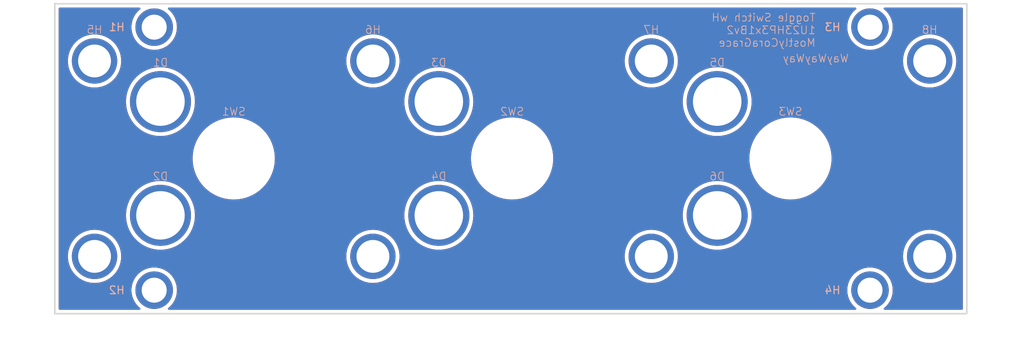
<source format=kicad_pcb>
(kicad_pcb (version 20241229) (generator "pcbnew") (generator_version "9.0")
  (layers (0 "F.Cu" signal) (2 "B.Cu" signal) (13 "F.Paste" user) (15 "B.Paste" user) (5 "F.SilkS" user "F.Silkscreen") (7 "B.SilkS" user "B.Silkscreen") (1 "F.Mask" user) (3 "B.Mask" user) (25 "Edge.Cuts" user))
  (net 0 "")
  (footprint "EXC:6mm_Panel_Mount_LED" (layer "F.Cu") (at 49.06 14.95)
    (property "Reference" "D3" (at 0 -5 0) (layer "B.SilkS") (effects (font (thickness 0.1)) (justify mirror)))
    (property "Value" "6mm_Panel_Mount_LED")
    (pad "" thru_hole circle (at 0 0) (size 7.8 7.8) (drill 6.2) (layers "*.Cu" "*.Mask"))
  )
  (footprint "EXC:MountingHole_3.2mm_M3" (layer "F.Cu") (at 12.7 39.075)
    (property "Reference" "H2" (at -3.683 0 0) (layer "B.SilkS") (effects (justify left mirror)))
    (property "Value" "Eurorack_M3_MountingHole")
    (pad "" thru_hole circle (at 0 0) (size 4.8 4.8) (drill 3.2) (layers "*.Cu" "*.Mask"))
  )
  (footprint "EXC:MountingHole_3.2mm_M3" (layer "F.Cu") (at 104.14 39.075)
    (property "Reference" "H4" (at -3.683 0 0) (layer "B.SilkS") (effects (justify left mirror)))
    (property "Value" "Eurorack_M3_MountingHole")
    (pad "" thru_hole circle (at 0 0) (size 4.8 4.8) (drill 3.2) (layers "*.Cu" "*.Mask"))
  )
  (footprint "EXC:6mm_Panel_Mount_LED" (layer "F.Cu") (at 49.06 29.5)
    (property "Reference" "D4" (at 0 -5 0) (layer "B.SilkS") (effects (font (thickness 0.1)) (justify mirror)))
    (property "Value" "6mm_Panel_Mount_LED")
    (pad "" thru_hole circle (at 0 0) (size 7.8 7.8) (drill 6.2) (layers "*.Cu" "*.Mask"))
  )
  (footprint "EXC:Handle_1UM3P25_A" (layer "F.Cu") (at 40.64 9.75)
    (property "Reference" "H6" (at 0 -4 0) (layer "B.SilkS") (effects (font (thickness 0.1)) (justify mirror)))
    (property "Value" "Handle_1UM3P25_PanelMount_A")
    (pad "" thru_hole circle (at 0 0) (size 5.8 5.8) (drill 4.2) (layers "*.Cu" "*.Mask"))
    (pad "" thru_hole circle (at 0 25) (size 5.8 5.8) (drill 4.2) (layers "*.Cu" "*.Mask"))
  )
  (footprint "EXC:SW_M6-M6.35_Panel_Mount_Hole" (layer "F.Cu") (at 93.98 22.225)
    (property "Reference" "SW3" (at 0 -6 0) (layer "B.SilkS") (effects (font (thickness 0.1)) (justify mirror)))
    (property "Value" "SW_M6/M6.35_Panel_Mount_Hole")
    (pad "" np_thru_hole circle (at 0 0) (size 10 10) (drill 10) (layers "*.Cu" "*.Mask"))
  )
  (footprint "EXC:SW_M6-M6.35_Panel_Mount_Hole" (layer "F.Cu") (at 58.42 22.225)
    (property "Reference" "SW2" (at 0 -6 0) (layer "B.SilkS") (effects (font (thickness 0.1)) (justify mirror)))
    (property "Value" "SW_M6/M6.35_Panel_Mount_Hole")
    (pad "" np_thru_hole circle (at 0 0) (size 10 10) (drill 10) (layers "*.Cu" "*.Mask"))
  )
  (footprint "EXC:MountingHole_3.2mm_M3" (layer "F.Cu") (at 104.14 5.425)
    (property "Reference" "H3" (at -3.683 0 0) (layer "B.SilkS") (effects (justify left mirror)))
    (property "Value" "Eurorack_M3_MountingHole")
    (pad "" thru_hole circle (at 0 0) (size 4.8 4.8) (drill 3.2) (layers "*.Cu" "*.Mask"))
  )
  (footprint "EXC:6mm_Panel_Mount_LED" (layer "F.Cu") (at 13.5 29.5)
    (property "Reference" "D2" (at 0 -5 0) (layer "B.SilkS") (effects (font (thickness 0.1)) (justify mirror)))
    (property "Value" "6mm_Panel_Mount_LED")
    (pad "" thru_hole circle (at 0 0) (size 7.8 7.8) (drill 6.2) (layers "*.Cu" "*.Mask"))
  )
  (footprint "EXC:6mm_Panel_Mount_LED" (layer "F.Cu") (at 84.62 29.5)
    (property "Reference" "D6" (at 0 -5 0) (layer "B.SilkS") (effects (font (thickness 0.1)) (justify mirror)))
    (property "Value" "6mm_Panel_Mount_LED")
    (pad "" thru_hole circle (at 0 0) (size 7.8 7.8) (drill 6.2) (layers "*.Cu" "*.Mask"))
  )
  (footprint "EXC:Handle_1UM3P25_A" (layer "F.Cu") (at 5.08 9.75)
    (property "Reference" "H5" (at 0 -4 0) (layer "B.SilkS") (effects (font (thickness 0.1)) (justify mirror)))
    (property "Value" "Handle_1UM3P25_PanelMount_A")
    (pad "" thru_hole circle (at 0 0) (size 5.8 5.8) (drill 4.2) (layers "*.Cu" "*.Mask"))
    (pad "" thru_hole circle (at 0 25) (size 5.8 5.8) (drill 4.2) (layers "*.Cu" "*.Mask"))
  )
  (footprint "EXC:6mm_Panel_Mount_LED" (layer "F.Cu") (at 84.62 14.95)
    (property "Reference" "D5" (at 0 -5 0) (layer "B.SilkS") (effects (font (thickness 0.1)) (justify mirror)))
    (property "Value" "6mm_Panel_Mount_LED")
    (pad "" thru_hole circle (at 0 0) (size 7.8 7.8) (drill 6.2) (layers "*.Cu" "*.Mask"))
  )
  (footprint "EXC:6mm_Panel_Mount_LED" (layer "F.Cu") (at 13.5 14.95)
    (property "Reference" "D1" (at 0 -5 0) (layer "B.SilkS") (effects (font (thickness 0.1)) (justify mirror)))
    (property "Value" "6mm_Panel_Mount_LED")
    (pad "" thru_hole circle (at 0 0) (size 7.8 7.8) (drill 6.2) (layers "*.Cu" "*.Mask"))
  )
  (footprint "EXC:SW_M6-M6.35_Panel_Mount_Hole" (layer "F.Cu") (at 22.86 22.225)
    (property "Reference" "SW1" (at 0 -6 0) (layer "B.SilkS") (effects (font (thickness 0.1)) (justify mirror)))
    (property "Value" "SW_M6/M6.35_Panel_Mount_Hole")
    (pad "" np_thru_hole circle (at 0 0) (size 10 10) (drill 10) (layers "*.Cu" "*.Mask"))
  )
  (footprint "EXC:Handle_1UM3P25_A" (layer "F.Cu") (at 111.76 9.75)
    (property "Reference" "H8" (at 0 -4 0) (layer "B.SilkS") (effects (font (thickness 0.1)) (justify mirror)))
    (property "Value" "Handle_1UM3P25_PanelMount_A")
    (pad "" thru_hole circle (at 0 0) (size 5.8 5.8) (drill 4.2) (layers "*.Cu" "*.Mask"))
    (pad "" thru_hole circle (at 0 25) (size 5.8 5.8) (drill 4.2) (layers "*.Cu" "*.Mask"))
  )
  (footprint "EXC:Handle_1UM3P25_A" (layer "F.Cu") (at 76.2 9.75)
    (property "Reference" "H7" (at 0 -4 0) (layer "B.SilkS") (effects (font (thickness 0.1)) (justify mirror)))
    (property "Value" "Handle_1UM3P25_PanelMount_A")
    (pad "" thru_hole circle (at 0 0) (size 5.8 5.8) (drill 4.2) (layers "*.Cu" "*.Mask"))
    (pad "" thru_hole circle (at 0 25) (size 5.8 5.8) (drill 4.2) (layers "*.Cu" "*.Mask"))
  )
  (footprint "EXC:MountingHole_3.2mm_M3" (layer "F.Cu") (at 12.7 5.425)
    (property "Reference" "H1" (at -3.683 0 0) (layer "B.SilkS") (effects (justify left mirror)))
    (property "Value" "Eurorack_M3_MountingHole")
    (pad "" thru_hole circle (at 0 0) (size 4.8 4.8) (drill 3.2) (layers "*.Cu" "*.Mask"))
  )
  (gr_rect (start 0 2.425) (end 116.5 42.075) (stroke (width 0.2)) (fill no) (layer "Edge.Cuts"))
  (gr_text "WayWayWay" (at 101.5 10 0) (layer "B.SilkS") (effects (font (size 1 1) (thickness 0.1)) (justify left bottom mirror)))
  (gr_text "Toggle Switch wH\n1U23HP3x1Bv2\nMostlyCoraGrace" (at 97.25 8 0) (layer "B.SilkS") (effects (font (size 1 1) (thickness 0.1)) (justify left bottom mirror)))
  (zone (net 0) (net_name "") (layers "F.Cu" "B.Cu") (connect_pads (clearance 0.5)) (min_thickness 0.25) (fill yes (thermal_gap 0.5) (thermal_bridge_width 0.5) (island_removal_mode 1) (island_area_min 10))
    (polygon (pts (xy 0 2.425) (xy 116.5 2.425) (xy 116.5 42.075) (xy 0 42.075)))
  )
)
</source>
